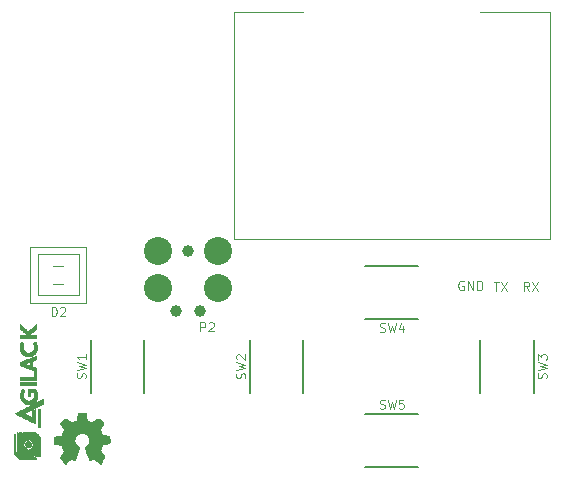
<source format=gbr>
%TF.GenerationSoftware,KiCad,Pcbnew,6.0.0*%
%TF.CreationDate,2022-06-11T19:07:52+02:00*%
%TF.ProjectId,cowdin-3c-esp-ui,636f7764-696e-42d3-9363-2d6573702d75,1*%
%TF.SameCoordinates,Original*%
%TF.FileFunction,Legend,Top*%
%TF.FilePolarity,Positive*%
%FSLAX46Y46*%
G04 Gerber Fmt 4.6, Leading zero omitted, Abs format (unit mm)*
G04 Created by KiCad (PCBNEW 6.0.0) date 2022-06-11 19:07:52*
%MOMM*%
%LPD*%
G01*
G04 APERTURE LIST*
%ADD10C,0.100000*%
%ADD11C,0.101600*%
%ADD12C,0.150000*%
%ADD13C,0.027940*%
%ADD14C,2.374900*%
%ADD15C,0.990600*%
G04 APERTURE END LIST*
D10*
X144900000Y-86240000D02*
X144900000Y-105500000D01*
X144900000Y-105500000D02*
X171600000Y-105500000D01*
X171600000Y-86240000D02*
X165750000Y-86240000D01*
X171600000Y-86240000D02*
X171600000Y-105500000D01*
X144900000Y-86240000D02*
X150750000Y-86240000D01*
D11*
X164319428Y-109069000D02*
X164246857Y-109032714D01*
X164138000Y-109032714D01*
X164029142Y-109069000D01*
X163956571Y-109141571D01*
X163920285Y-109214142D01*
X163884000Y-109359285D01*
X163884000Y-109468142D01*
X163920285Y-109613285D01*
X163956571Y-109685857D01*
X164029142Y-109758428D01*
X164138000Y-109794714D01*
X164210571Y-109794714D01*
X164319428Y-109758428D01*
X164355714Y-109722142D01*
X164355714Y-109468142D01*
X164210571Y-109468142D01*
X164682285Y-109794714D02*
X164682285Y-109032714D01*
X165117714Y-109794714D01*
X165117714Y-109032714D01*
X165480571Y-109794714D02*
X165480571Y-109032714D01*
X165662000Y-109032714D01*
X165770857Y-109069000D01*
X165843428Y-109141571D01*
X165879714Y-109214142D01*
X165916000Y-109359285D01*
X165916000Y-109468142D01*
X165879714Y-109613285D01*
X165843428Y-109685857D01*
X165770857Y-109758428D01*
X165662000Y-109794714D01*
X165480571Y-109794714D01*
X166869428Y-109082714D02*
X167304857Y-109082714D01*
X167087142Y-109844714D02*
X167087142Y-109082714D01*
X167486285Y-109082714D02*
X167994285Y-109844714D01*
X167994285Y-109082714D02*
X167486285Y-109844714D01*
X169873000Y-109844714D02*
X169619000Y-109481857D01*
X169437571Y-109844714D02*
X169437571Y-109082714D01*
X169727857Y-109082714D01*
X169800428Y-109119000D01*
X169836714Y-109155285D01*
X169873000Y-109227857D01*
X169873000Y-109336714D01*
X169836714Y-109409285D01*
X169800428Y-109445571D01*
X169727857Y-109481857D01*
X169437571Y-109481857D01*
X170127000Y-109082714D02*
X170635000Y-109844714D01*
X170635000Y-109082714D02*
X170127000Y-109844714D01*
%TO.C,SW4*%
X157234000Y-113308428D02*
X157342857Y-113344714D01*
X157524285Y-113344714D01*
X157596857Y-113308428D01*
X157633142Y-113272142D01*
X157669428Y-113199571D01*
X157669428Y-113127000D01*
X157633142Y-113054428D01*
X157596857Y-113018142D01*
X157524285Y-112981857D01*
X157379142Y-112945571D01*
X157306571Y-112909285D01*
X157270285Y-112873000D01*
X157234000Y-112800428D01*
X157234000Y-112727857D01*
X157270285Y-112655285D01*
X157306571Y-112619000D01*
X157379142Y-112582714D01*
X157560571Y-112582714D01*
X157669428Y-112619000D01*
X157923428Y-112582714D02*
X158104857Y-113344714D01*
X158250000Y-112800428D01*
X158395142Y-113344714D01*
X158576571Y-112582714D01*
X159193428Y-112836714D02*
X159193428Y-113344714D01*
X159012000Y-112546428D02*
X158830571Y-113090714D01*
X159302285Y-113090714D01*
%TO.C,SW3*%
X171308428Y-117266000D02*
X171344714Y-117157142D01*
X171344714Y-116975714D01*
X171308428Y-116903142D01*
X171272142Y-116866857D01*
X171199571Y-116830571D01*
X171127000Y-116830571D01*
X171054428Y-116866857D01*
X171018142Y-116903142D01*
X170981857Y-116975714D01*
X170945571Y-117120857D01*
X170909285Y-117193428D01*
X170873000Y-117229714D01*
X170800428Y-117266000D01*
X170727857Y-117266000D01*
X170655285Y-117229714D01*
X170619000Y-117193428D01*
X170582714Y-117120857D01*
X170582714Y-116939428D01*
X170619000Y-116830571D01*
X170582714Y-116576571D02*
X171344714Y-116395142D01*
X170800428Y-116250000D01*
X171344714Y-116104857D01*
X170582714Y-115923428D01*
X170582714Y-115705714D02*
X170582714Y-115234000D01*
X170873000Y-115488000D01*
X170873000Y-115379142D01*
X170909285Y-115306571D01*
X170945571Y-115270285D01*
X171018142Y-115234000D01*
X171199571Y-115234000D01*
X171272142Y-115270285D01*
X171308428Y-115306571D01*
X171344714Y-115379142D01*
X171344714Y-115596857D01*
X171308428Y-115669428D01*
X171272142Y-115705714D01*
%TO.C,SW1*%
X132308428Y-117266000D02*
X132344714Y-117157142D01*
X132344714Y-116975714D01*
X132308428Y-116903142D01*
X132272142Y-116866857D01*
X132199571Y-116830571D01*
X132127000Y-116830571D01*
X132054428Y-116866857D01*
X132018142Y-116903142D01*
X131981857Y-116975714D01*
X131945571Y-117120857D01*
X131909285Y-117193428D01*
X131873000Y-117229714D01*
X131800428Y-117266000D01*
X131727857Y-117266000D01*
X131655285Y-117229714D01*
X131619000Y-117193428D01*
X131582714Y-117120857D01*
X131582714Y-116939428D01*
X131619000Y-116830571D01*
X131582714Y-116576571D02*
X132344714Y-116395142D01*
X131800428Y-116250000D01*
X132344714Y-116104857D01*
X131582714Y-115923428D01*
X132344714Y-115234000D02*
X132344714Y-115669428D01*
X132344714Y-115451714D02*
X131582714Y-115451714D01*
X131691571Y-115524285D01*
X131764142Y-115596857D01*
X131800428Y-115669428D01*
%TO.C,D2*%
X129437571Y-111994714D02*
X129437571Y-111232714D01*
X129619000Y-111232714D01*
X129727857Y-111269000D01*
X129800428Y-111341571D01*
X129836714Y-111414142D01*
X129873000Y-111559285D01*
X129873000Y-111668142D01*
X129836714Y-111813285D01*
X129800428Y-111885857D01*
X129727857Y-111958428D01*
X129619000Y-111994714D01*
X129437571Y-111994714D01*
X130163285Y-111305285D02*
X130199571Y-111269000D01*
X130272142Y-111232714D01*
X130453571Y-111232714D01*
X130526142Y-111269000D01*
X130562428Y-111305285D01*
X130598714Y-111377857D01*
X130598714Y-111450428D01*
X130562428Y-111559285D01*
X130127000Y-111994714D01*
X130598714Y-111994714D01*
%TO.C,SW2*%
X145808428Y-117266000D02*
X145844714Y-117157142D01*
X145844714Y-116975714D01*
X145808428Y-116903142D01*
X145772142Y-116866857D01*
X145699571Y-116830571D01*
X145627000Y-116830571D01*
X145554428Y-116866857D01*
X145518142Y-116903142D01*
X145481857Y-116975714D01*
X145445571Y-117120857D01*
X145409285Y-117193428D01*
X145373000Y-117229714D01*
X145300428Y-117266000D01*
X145227857Y-117266000D01*
X145155285Y-117229714D01*
X145119000Y-117193428D01*
X145082714Y-117120857D01*
X145082714Y-116939428D01*
X145119000Y-116830571D01*
X145082714Y-116576571D02*
X145844714Y-116395142D01*
X145300428Y-116250000D01*
X145844714Y-116104857D01*
X145082714Y-115923428D01*
X145155285Y-115669428D02*
X145119000Y-115633142D01*
X145082714Y-115560571D01*
X145082714Y-115379142D01*
X145119000Y-115306571D01*
X145155285Y-115270285D01*
X145227857Y-115234000D01*
X145300428Y-115234000D01*
X145409285Y-115270285D01*
X145844714Y-115705714D01*
X145844714Y-115234000D01*
%TO.C,SW5*%
X157234000Y-119808428D02*
X157342857Y-119844714D01*
X157524285Y-119844714D01*
X157596857Y-119808428D01*
X157633142Y-119772142D01*
X157669428Y-119699571D01*
X157669428Y-119627000D01*
X157633142Y-119554428D01*
X157596857Y-119518142D01*
X157524285Y-119481857D01*
X157379142Y-119445571D01*
X157306571Y-119409285D01*
X157270285Y-119373000D01*
X157234000Y-119300428D01*
X157234000Y-119227857D01*
X157270285Y-119155285D01*
X157306571Y-119119000D01*
X157379142Y-119082714D01*
X157560571Y-119082714D01*
X157669428Y-119119000D01*
X157923428Y-119082714D02*
X158104857Y-119844714D01*
X158250000Y-119300428D01*
X158395142Y-119844714D01*
X158576571Y-119082714D01*
X159229714Y-119082714D02*
X158866857Y-119082714D01*
X158830571Y-119445571D01*
X158866857Y-119409285D01*
X158939428Y-119373000D01*
X159120857Y-119373000D01*
X159193428Y-119409285D01*
X159229714Y-119445571D01*
X159266000Y-119518142D01*
X159266000Y-119699571D01*
X159229714Y-119772142D01*
X159193428Y-119808428D01*
X159120857Y-119844714D01*
X158939428Y-119844714D01*
X158866857Y-119808428D01*
X158830571Y-119772142D01*
%TO.C,P2*%
X142037571Y-113294714D02*
X142037571Y-112532714D01*
X142327857Y-112532714D01*
X142400428Y-112569000D01*
X142436714Y-112605285D01*
X142473000Y-112677857D01*
X142473000Y-112786714D01*
X142436714Y-112859285D01*
X142400428Y-112895571D01*
X142327857Y-112931857D01*
X142037571Y-112931857D01*
X142763285Y-112605285D02*
X142799571Y-112569000D01*
X142872142Y-112532714D01*
X143053571Y-112532714D01*
X143126142Y-112569000D01*
X143162428Y-112605285D01*
X143198714Y-112677857D01*
X143198714Y-112750428D01*
X143162428Y-112859285D01*
X142727000Y-113294714D01*
X143198714Y-113294714D01*
D12*
%TO.C,SW4*%
X156000000Y-107750000D02*
X160500000Y-107750000D01*
X160500000Y-112250000D02*
X156000000Y-112250000D01*
D13*
%TO.C,agilack-11.5*%
X128028320Y-119229360D02*
X128028320Y-118162560D01*
X127291720Y-117425960D02*
X127291720Y-117171960D01*
X127774320Y-122632960D02*
X127774320Y-121820160D01*
X127723520Y-122556760D02*
X127723520Y-121820160D01*
X127520320Y-123877560D02*
X127520320Y-123471160D01*
X128155320Y-113031760D02*
X128155320Y-112676160D01*
X127494920Y-123090160D02*
X127494920Y-122607560D01*
X127240920Y-119407160D02*
X127240920Y-119102360D01*
X127342520Y-113565160D02*
X127342520Y-113234960D01*
X127774320Y-113844560D02*
X127774320Y-113590560D01*
X127367920Y-113565160D02*
X127367920Y-113260360D01*
X127825120Y-123267960D02*
X127825120Y-122988560D01*
X126834520Y-117425960D02*
X126834520Y-117171960D01*
X127088520Y-123877560D02*
X127088520Y-122963160D01*
X128053720Y-119229360D02*
X128053720Y-118187960D01*
X128129920Y-123572760D02*
X128129920Y-121896360D01*
X127977520Y-119280160D02*
X127977520Y-118162560D01*
X128155320Y-114936760D02*
X128155320Y-114327160D01*
X126936120Y-113844560D02*
X126936120Y-113590560D01*
X127444120Y-118797560D02*
X127444120Y-118162560D01*
X127418720Y-118797560D02*
X127418720Y-118162560D01*
X127393320Y-120067560D02*
X127393320Y-119686560D01*
X127672720Y-119915160D02*
X127672720Y-119559560D01*
X127926720Y-123369560D02*
X127926720Y-121820160D01*
X128079120Y-117425960D02*
X128079120Y-116359160D01*
X126961520Y-116232160D02*
X126961520Y-115800360D01*
X127698120Y-123471160D02*
X127698120Y-123293360D01*
X126910720Y-113844560D02*
X126910720Y-113590560D01*
X127088520Y-122759960D02*
X127088520Y-122429760D01*
X127037720Y-117425960D02*
X127037720Y-117171960D01*
X126910720Y-120524760D02*
X126910720Y-119940560D01*
X127977520Y-115216160D02*
X127977520Y-114225560D01*
X126885320Y-124131560D02*
X126885320Y-123953760D01*
X127113920Y-122302760D02*
X127113920Y-122099560D01*
X127672720Y-123445760D02*
X127672720Y-123267960D01*
X127012320Y-120575560D02*
X127012320Y-119889760D01*
X126986920Y-120550160D02*
X126986920Y-119915160D01*
X127393320Y-115368560D02*
X127393320Y-115089160D01*
X127444120Y-115901960D02*
X127444120Y-115622560D01*
X127647320Y-124131560D02*
X127647320Y-123953760D01*
X127418720Y-120042160D02*
X127418720Y-119686560D01*
X127444120Y-119432560D02*
X127444120Y-119153160D01*
X126834520Y-113844560D02*
X126834520Y-113590560D01*
X128155320Y-119686560D02*
X128155320Y-119305560D01*
X126453520Y-120296160D02*
X126453520Y-120169160D01*
X127342520Y-120727960D02*
X127342520Y-120372360D01*
X128053720Y-115698760D02*
X128053720Y-115419360D01*
X127088520Y-116282960D02*
X127088520Y-115774960D01*
X127926720Y-115749560D02*
X127926720Y-115444760D01*
X127571120Y-124131560D02*
X127571120Y-123953760D01*
X128231520Y-123877560D02*
X128231520Y-123826760D01*
X127723520Y-113412760D02*
X127723520Y-113057160D01*
X127240920Y-120143760D02*
X127240920Y-119788160D01*
X127444120Y-124131560D02*
X127444120Y-123953760D01*
X127774320Y-120956560D02*
X127774320Y-120016760D01*
X127291720Y-124131560D02*
X127291720Y-123953760D01*
X126986920Y-123877560D02*
X126986920Y-122328160D01*
X127545720Y-117425960D02*
X127545720Y-117171960D01*
X127367920Y-117425960D02*
X127367920Y-117171960D01*
X127012320Y-117857760D02*
X127012320Y-117603760D01*
X127926720Y-113234960D02*
X127926720Y-112879360D01*
X126936120Y-113209560D02*
X126936120Y-112853960D01*
X127545720Y-123318760D02*
X127545720Y-123242560D01*
X127571120Y-116460760D02*
X127571120Y-116181360D01*
X128206120Y-123877560D02*
X128206120Y-123801360D01*
X126834520Y-116181360D02*
X126834520Y-115851160D01*
X127291720Y-113844560D02*
X127291720Y-113590560D01*
X127317120Y-115952760D02*
X127317120Y-115673360D01*
X127825120Y-116536960D02*
X127825120Y-116257560D01*
X127647320Y-119940560D02*
X127647320Y-119559560D01*
X127113920Y-122683760D02*
X127113920Y-122455160D01*
X127393320Y-123877560D02*
X127393320Y-123344160D01*
X126250320Y-123648960D02*
X126250320Y-121972560D01*
X127571120Y-119965960D02*
X127571120Y-119610360D01*
X127672720Y-122531360D02*
X127672720Y-121820160D01*
X127190120Y-116003560D02*
X127190120Y-115724160D01*
X126631320Y-124029960D02*
X126631320Y-123725160D01*
X126809120Y-117857760D02*
X126809120Y-117603760D01*
X127215520Y-119407160D02*
X127215520Y-119076960D01*
X127799720Y-113336560D02*
X127799720Y-113006360D01*
X126859920Y-116181360D02*
X126859920Y-115851160D01*
X127444120Y-113844560D02*
X127444120Y-113311160D01*
X126986920Y-115216160D02*
X126986920Y-114250960D01*
X128434720Y-121362960D02*
X128434720Y-119889760D01*
X127215520Y-122556760D02*
X127215520Y-122531360D01*
X127875920Y-116562360D02*
X127875920Y-116282960D01*
X126732920Y-120423160D02*
X126732920Y-120042160D01*
X128028320Y-115698760D02*
X128028320Y-115419360D01*
X127748920Y-117857760D02*
X127748920Y-117603760D01*
X127901320Y-115749560D02*
X127901320Y-115470160D01*
X126834520Y-119026160D02*
X126834520Y-118416560D01*
X128079120Y-123521960D02*
X128079120Y-121845560D01*
X127113920Y-116282960D02*
X127113920Y-115749560D01*
X127469520Y-115368560D02*
X127469520Y-115089160D01*
X127367920Y-122455160D02*
X127367920Y-122378960D01*
X126809120Y-113082560D02*
X126809120Y-112726960D01*
X128333120Y-119584960D02*
X128333120Y-119229360D01*
X126859920Y-124131560D02*
X126859920Y-123940000D01*
X127012320Y-117425960D02*
X127012320Y-117171960D01*
X127266320Y-113844560D02*
X127266320Y-113590560D01*
X127621920Y-124131560D02*
X127621920Y-123953760D01*
X126859920Y-122048760D02*
X126859920Y-121820160D01*
X127723520Y-120931160D02*
X127723520Y-120550160D01*
X127317120Y-113844560D02*
X127317120Y-113590560D01*
X126555120Y-120346960D02*
X126555120Y-120118360D01*
X128129920Y-119686560D02*
X128129920Y-119330960D01*
X127698120Y-113438160D02*
X127698120Y-113082560D01*
X127520320Y-122378960D02*
X127520320Y-121820160D01*
X127367920Y-123090160D02*
X127367920Y-122632960D01*
X128155320Y-115647960D02*
X128155320Y-115368560D01*
X127469520Y-116409960D02*
X127469520Y-116155960D01*
X128231520Y-119635760D02*
X128231520Y-119280160D01*
X127063120Y-117425960D02*
X127063120Y-117171960D01*
X127672720Y-117425960D02*
X127672720Y-117171960D01*
X127571120Y-115368560D02*
X127571120Y-115089160D01*
X127291720Y-120118360D02*
X127291720Y-119737360D01*
X127672720Y-119432560D02*
X127672720Y-119127760D01*
X128028320Y-113844560D02*
X128028320Y-113590560D01*
X127291720Y-120702560D02*
X127291720Y-120346960D01*
X127088520Y-120219960D02*
X127088520Y-119864360D01*
X127215520Y-120143760D02*
X127215520Y-119788160D01*
X126555120Y-123572760D02*
X126555120Y-121896360D01*
X127723520Y-123877560D02*
X127723520Y-123648960D01*
X126936120Y-117857760D02*
X126936120Y-117603760D01*
X127317120Y-117425960D02*
X127317120Y-117171960D01*
X127240920Y-123877560D02*
X127240920Y-123191760D01*
X127850520Y-113311160D02*
X127850520Y-112955560D01*
X127088520Y-117425960D02*
X127088520Y-117171960D01*
X128663320Y-119432560D02*
X128663320Y-119051560D01*
X126986920Y-113844560D02*
X126986920Y-113590560D01*
X127825120Y-119381760D02*
X127825120Y-119026160D01*
X127063120Y-113844560D02*
X127063120Y-113590560D01*
X127748920Y-117425960D02*
X127748920Y-117171960D01*
X127723520Y-113844560D02*
X127723520Y-113590560D01*
X128002920Y-113158760D02*
X128002920Y-112803160D01*
X128104520Y-113082560D02*
X128104520Y-112726960D01*
X127012320Y-115216160D02*
X127012320Y-114250960D01*
X127291720Y-115952760D02*
X127291720Y-115698760D01*
X128104520Y-119711960D02*
X128104520Y-119330960D01*
X126301120Y-123699760D02*
X126301120Y-121972560D01*
X127037720Y-121896360D02*
X127037720Y-121820160D01*
X128358520Y-121362960D02*
X128358520Y-119889760D01*
X126707520Y-124106160D02*
X126707520Y-123801360D01*
X128434720Y-119534160D02*
X128434720Y-119153160D01*
X127342520Y-117425960D02*
X127342520Y-117171960D01*
X127698120Y-122556760D02*
X127698120Y-121820160D01*
X127698120Y-117857760D02*
X127698120Y-117603760D01*
X127037720Y-124131560D02*
X127037720Y-123953760D01*
X127317120Y-123064760D02*
X127317120Y-122632960D01*
X127774320Y-119407160D02*
X127774320Y-119076960D01*
X127799720Y-123877560D02*
X127799720Y-123725160D01*
X127825120Y-123598160D02*
X127825120Y-123420360D01*
X127621920Y-116460760D02*
X127621920Y-115571760D01*
X128053720Y-121083560D02*
X128053720Y-119889760D01*
X127748920Y-123191760D02*
X127748920Y-123115560D01*
X127190120Y-122582160D02*
X127190120Y-122531360D01*
X127444120Y-123877560D02*
X127444120Y-123394960D01*
X127418720Y-123877560D02*
X127418720Y-123369560D01*
X128129920Y-115673360D02*
X128129920Y-115393960D01*
X127266320Y-115978160D02*
X127266320Y-115698760D01*
X127723520Y-123496560D02*
X127723520Y-123318760D01*
X127596520Y-117857760D02*
X127596520Y-117603760D01*
X127418720Y-117857760D02*
X127418720Y-117603760D01*
X126859920Y-120499360D02*
X126859920Y-119965960D01*
X127952120Y-113209560D02*
X127952120Y-112853960D01*
X127875920Y-121007360D02*
X127875920Y-119965960D01*
X126885320Y-113844560D02*
X126885320Y-113590560D01*
X127367920Y-120753360D02*
X127367920Y-120372360D01*
X127342520Y-124131560D02*
X127342520Y-123953760D01*
X127571120Y-119432560D02*
X127571120Y-119153160D01*
X127621920Y-115368560D02*
X127621920Y-115063760D01*
X126961520Y-119229360D02*
X126961520Y-118213360D01*
X128612520Y-119457960D02*
X128612520Y-119076960D01*
X127164720Y-122607560D02*
X127164720Y-122505960D01*
X127723520Y-123166360D02*
X127723520Y-123140960D01*
X127190120Y-122378960D02*
X127190120Y-122175760D01*
X127393320Y-116384560D02*
X127393320Y-116130560D01*
X127063120Y-120600960D02*
X127063120Y-120245360D01*
X127825120Y-113336560D02*
X127825120Y-112980960D01*
X126605920Y-123623560D02*
X126605920Y-121947160D01*
X127469520Y-120804160D02*
X127469520Y-120423160D01*
X127164720Y-122353560D02*
X127164720Y-122150360D01*
X128053720Y-124131560D02*
X128053720Y-123979160D01*
X127215520Y-120677160D02*
X127215520Y-120296160D01*
X127774320Y-115317760D02*
X127774320Y-114987560D01*
X126834520Y-114987560D02*
X126834520Y-114250960D01*
X127139320Y-116003560D02*
X127139320Y-115749560D01*
X127063120Y-119305560D02*
X127063120Y-118848360D01*
X127444120Y-116409960D02*
X127444120Y-116130560D01*
X126758320Y-120448560D02*
X126758320Y-120016760D01*
X127367920Y-120067560D02*
X127367920Y-119711960D01*
X126936120Y-124131560D02*
X126936120Y-123953760D01*
X127139320Y-120194560D02*
X127139320Y-119838960D01*
X127748920Y-119889760D02*
X127748920Y-119508760D01*
X127037720Y-120575560D02*
X127037720Y-119889760D01*
X128002920Y-117857760D02*
X128002920Y-117603760D01*
X126478920Y-123877560D02*
X126478920Y-123572760D01*
X127444120Y-117425960D02*
X127444120Y-117171960D01*
X127875920Y-119813560D02*
X127875920Y-119457960D01*
X127977520Y-113844560D02*
X127977520Y-113590560D01*
X127596520Y-120854960D02*
X127596520Y-120473960D01*
X127647320Y-117857760D02*
X127647320Y-117603760D01*
X127977520Y-113184160D02*
X127977520Y-112828560D01*
X127342520Y-113844560D02*
X127342520Y-113590560D01*
X127469520Y-117425960D02*
X127469520Y-117171960D01*
X127748920Y-116511560D02*
X127748920Y-115520960D01*
X127977520Y-117857760D02*
X127977520Y-117603760D01*
X128104520Y-117857760D02*
X128104520Y-117603760D01*
X127317120Y-115368560D02*
X127317120Y-115063760D01*
X128383920Y-121362960D02*
X128383920Y-119889760D01*
X128028320Y-115165360D02*
X128028320Y-114200160D01*
X127266320Y-123877560D02*
X127266320Y-123217160D01*
X126428120Y-120270760D02*
X126428120Y-120194560D01*
X126859920Y-117857760D02*
X126859920Y-117603760D01*
X127698120Y-124131560D02*
X127698120Y-123953760D01*
X127088520Y-120600960D02*
X127088520Y-120245360D01*
X126961520Y-117425960D02*
X126961520Y-117171960D01*
X127012320Y-124131560D02*
X127012320Y-123953760D01*
X127799720Y-117425960D02*
X127799720Y-117171960D01*
X127774320Y-116511560D02*
X127774320Y-115520960D01*
X127469520Y-123090160D02*
X127469520Y-122607560D01*
X126275720Y-123674360D02*
X126275720Y-121972560D01*
X127494920Y-117857760D02*
X127494920Y-117603760D01*
X127240920Y-117857760D02*
X127240920Y-117603760D01*
X127723520Y-117425960D02*
X127723520Y-117171960D01*
X127494920Y-124131560D02*
X127494920Y-123953760D01*
X126961520Y-123877560D02*
X126961520Y-122302760D01*
X126453520Y-123852160D02*
X126453520Y-123547360D01*
X127139320Y-116282960D02*
X127139320Y-116028960D01*
X127469520Y-124131560D02*
X127469520Y-123953760D01*
X128104520Y-119153160D02*
X128104520Y-118264160D01*
X127748920Y-113387360D02*
X127748920Y-113031760D01*
X126631320Y-120372360D02*
X126631320Y-120092960D01*
X127215520Y-123877560D02*
X127215520Y-123166360D01*
X128485520Y-121362960D02*
X128485520Y-119889760D01*
X128079120Y-119178560D02*
X128079120Y-118213360D01*
X127621920Y-117857760D02*
X127621920Y-117603760D01*
X127875920Y-118416560D02*
X127875920Y-118162560D01*
X126809120Y-117425960D02*
X126809120Y-117171960D01*
X127215520Y-122074160D02*
X127215520Y-121820160D01*
X127012320Y-113844560D02*
X127012320Y-113590560D01*
X126961520Y-124131560D02*
X126961520Y-123953760D01*
X126783720Y-117857760D02*
X126783720Y-117603760D01*
X127850520Y-123623560D02*
X127850520Y-123445760D01*
X127444120Y-122302760D02*
X127444120Y-121820160D01*
X126834520Y-122023360D02*
X126834520Y-121820160D01*
X127139320Y-117425960D02*
X127139320Y-117171960D01*
X128002920Y-115190760D02*
X128002920Y-114200160D01*
X127723520Y-119889760D02*
X127723520Y-119534160D01*
X126809120Y-123826760D02*
X126809120Y-122150360D01*
X128053720Y-123826760D02*
X128053720Y-123648960D01*
X127850520Y-119838960D02*
X127850520Y-119457960D01*
X127190120Y-123877560D02*
X127190120Y-123140960D01*
X126885320Y-116206760D02*
X126885320Y-115851160D01*
X126351920Y-123750560D02*
X126351920Y-121972560D01*
X128079120Y-117857760D02*
X128079120Y-117603760D01*
X128180720Y-123877560D02*
X128180720Y-123775960D01*
X126834520Y-123852160D02*
X126834520Y-122175760D01*
X127012320Y-113260360D02*
X127012320Y-112930160D01*
X127317120Y-124131560D02*
X127317120Y-123953760D01*
X127240920Y-116333760D02*
X127240920Y-116079760D01*
X127875920Y-123648960D02*
X127875920Y-123471160D01*
X127266320Y-122124960D02*
X127266320Y-121820160D01*
X128002920Y-115724160D02*
X128002920Y-115419360D01*
X126910720Y-119153160D02*
X126910720Y-118238760D01*
X127647320Y-123877560D02*
X127647320Y-123598160D01*
X127799720Y-120956560D02*
X127799720Y-120016760D01*
X127139320Y-113844560D02*
X127139320Y-113590560D01*
X127901320Y-121007360D02*
X127901320Y-119965960D01*
X127825120Y-117425960D02*
X127825120Y-117171960D01*
X127977520Y-123420360D02*
X127977520Y-121820160D01*
X126656720Y-123674360D02*
X126656720Y-121997960D01*
X128307720Y-121362960D02*
X128307720Y-119889760D01*
X126732920Y-124131560D02*
X126732920Y-123826760D01*
X127367920Y-119432560D02*
X127367920Y-119153160D01*
X127063120Y-114352560D02*
X127063120Y-114276360D01*
X127850520Y-115774960D02*
X127850520Y-115495560D01*
X127494920Y-116409960D02*
X127494920Y-116155960D01*
X128028320Y-124131560D02*
X128028320Y-123953760D01*
X127164720Y-113844560D02*
X127164720Y-113590560D01*
X126682120Y-124080760D02*
X126682120Y-123775960D01*
X127012320Y-122201160D02*
X127012320Y-121997960D01*
X127418720Y-124131560D02*
X127418720Y-123953760D01*
X127545720Y-117857760D02*
X127545720Y-117603760D01*
X127215520Y-116308360D02*
X127215520Y-116054360D01*
X127418720Y-122277360D02*
X127418720Y-121820160D01*
X126910720Y-122099560D02*
X126910720Y-121896360D01*
X126986920Y-113234960D02*
X126986920Y-112904760D01*
X127164720Y-115317760D02*
X127164720Y-114987560D01*
X127164720Y-119381760D02*
X127164720Y-119026160D01*
X127825120Y-120981960D02*
X127825120Y-119991360D01*
X127113920Y-113844560D02*
X127113920Y-113590560D01*
X127672720Y-113463560D02*
X127672720Y-113107960D01*
X128129920Y-119127760D02*
X128129920Y-118289560D01*
X127926720Y-117857760D02*
X127926720Y-117603760D01*
X128256920Y-123699760D02*
X128256920Y-122023360D01*
X127266320Y-117857760D02*
X127266320Y-117603760D01*
X127113920Y-123877560D02*
X127113920Y-123039360D01*
X128104520Y-123547360D02*
X128104520Y-121870960D01*
X127215520Y-115978160D02*
X127215520Y-115724160D01*
X126529720Y-120321560D02*
X126529720Y-120143760D01*
X128002920Y-117425960D02*
X128002920Y-116333760D01*
X127901320Y-115266960D02*
X127901320Y-114835160D01*
X127266320Y-113488960D02*
X127266320Y-113158760D01*
X128206120Y-119661160D02*
X128206120Y-119280160D01*
X127113920Y-120194560D02*
X127113920Y-119838960D01*
X127418720Y-123090160D02*
X127418720Y-122607560D01*
X127494920Y-118797560D02*
X127494920Y-118162560D01*
X127063120Y-121921760D02*
X127063120Y-121820160D01*
X127139320Y-120626360D02*
X127139320Y-120270760D01*
X128155320Y-123598160D02*
X128155320Y-121921760D01*
X127317120Y-116359160D02*
X127317120Y-116105160D01*
X127723520Y-116511560D02*
X127723520Y-115520960D01*
X127393320Y-123090160D02*
X127393320Y-122607560D01*
X128028320Y-123471160D02*
X128028320Y-121820160D01*
X126834520Y-124131560D02*
X126834520Y-123920000D01*
X127799720Y-122658360D02*
X127799720Y-121820160D01*
X127444120Y-115368560D02*
X127444120Y-115089160D01*
X127748920Y-119407160D02*
X127748920Y-119076960D01*
X127190120Y-116308360D02*
X127190120Y-116054360D01*
X127850520Y-115292360D02*
X127850520Y-114911360D01*
X127190120Y-117857760D02*
X127190120Y-117603760D01*
X127799720Y-123572760D02*
X127799720Y-123394960D01*
X126936120Y-119203960D02*
X126936120Y-118213360D01*
X126986920Y-119254760D02*
X126986920Y-118213360D01*
X127799720Y-115317760D02*
X127799720Y-114962160D01*
X128129920Y-117857760D02*
X128129920Y-117603760D01*
X126326520Y-123725160D02*
X126326520Y-121972560D01*
X127037720Y-117857760D02*
X127037720Y-117603760D01*
X126656720Y-124055360D02*
X126656720Y-123750560D01*
X127317120Y-123877560D02*
X127317120Y-123267960D01*
X127825120Y-117857760D02*
X127825120Y-117603760D01*
X127266320Y-122455160D02*
X127266320Y-122251960D01*
X128587120Y-119457960D02*
X128587120Y-119076960D01*
X127317120Y-122175760D02*
X127317120Y-121820160D01*
X127088520Y-119330960D02*
X127088520Y-118924560D01*
X127164720Y-123877560D02*
X127164720Y-123115560D01*
X127571120Y-120854960D02*
X127571120Y-120473960D01*
X127317120Y-120092960D02*
X127317120Y-119737360D01*
X127494920Y-113844560D02*
X127494920Y-113260360D01*
X126961520Y-120550160D02*
X126961520Y-119915160D01*
X126961520Y-117857760D02*
X126961520Y-117603760D01*
X127190120Y-113844560D02*
X127190120Y-113590560D01*
X127317120Y-113539760D02*
X127317120Y-113209560D01*
X126910720Y-117425960D02*
X126910720Y-117171960D01*
X127723520Y-119407160D02*
X127723520Y-119102360D01*
X127799720Y-119864360D02*
X127799720Y-119483360D01*
X127596520Y-113844560D02*
X127596520Y-113590560D01*
X128561720Y-119483360D02*
X128561720Y-119102360D01*
X127367920Y-115368560D02*
X127367920Y-115089160D01*
X127571120Y-113539760D02*
X127571120Y-113209560D01*
X126961520Y-113844560D02*
X126961520Y-113590560D01*
X127088520Y-115292360D02*
X127088520Y-114885960D01*
X127494920Y-120804160D02*
X127494920Y-120448560D01*
X128129920Y-115012960D02*
X128129920Y-114250960D01*
X127494920Y-123267960D02*
X127494920Y-123242560D01*
X127240920Y-120677160D02*
X127240920Y-120321560D01*
X127698120Y-123877560D02*
X127698120Y-123648960D01*
X128053720Y-115114560D02*
X128053720Y-114200160D01*
X127774320Y-124131560D02*
X127774320Y-123953760D01*
X126885320Y-115089160D02*
X126885320Y-114200160D01*
X127875920Y-119356360D02*
X127875920Y-118975360D01*
X127113920Y-121972560D02*
X127113920Y-121820160D01*
X128358520Y-119584960D02*
X128358520Y-119203960D01*
X127494920Y-115368560D02*
X127494920Y-115089160D01*
X128206120Y-123648960D02*
X128206120Y-121972560D01*
X128129920Y-117425960D02*
X128129920Y-116384560D01*
X127240920Y-115978160D02*
X127240920Y-115698760D01*
X127825120Y-113844560D02*
X127825120Y-113590560D01*
X127799720Y-116536960D02*
X127799720Y-115495560D01*
X128129920Y-124131560D02*
X128129920Y-124055360D01*
X127621920Y-120880360D02*
X127621920Y-120499360D01*
X127672720Y-116486160D02*
X127672720Y-115546360D01*
X127190120Y-122048760D02*
X127190120Y-121820160D01*
X127088520Y-121947160D02*
X127088520Y-121820160D01*
X127037720Y-122226560D02*
X127037720Y-122023360D01*
X127520320Y-124131560D02*
X127520320Y-123953760D01*
X128079120Y-115089160D02*
X128079120Y-114174760D01*
X126478920Y-123496560D02*
X126478920Y-121820160D01*
X128002920Y-119762760D02*
X128002920Y-119381760D01*
X128536320Y-119483360D02*
X128536320Y-119102360D01*
X128053720Y-117857760D02*
X128053720Y-117603760D01*
X127215520Y-113844560D02*
X127215520Y-113590560D01*
X128307720Y-119610360D02*
X128307720Y-119229360D01*
X126504320Y-123902960D02*
X126504320Y-123598160D01*
X127469520Y-123877560D02*
X127469520Y-123420360D01*
X127113920Y-120626360D02*
X127113920Y-120270760D01*
X127748920Y-123877560D02*
X127748920Y-123674360D01*
X126936120Y-122124960D02*
X126936120Y-121921760D01*
X127113920Y-119356360D02*
X127113920Y-118949960D01*
X127520320Y-116435360D02*
X127520320Y-116155960D01*
X127596520Y-117425960D02*
X127596520Y-117171960D01*
X127698120Y-122963160D02*
X127698120Y-122734560D01*
X127621920Y-113844560D02*
X127621920Y-113590560D01*
X127672720Y-123013960D02*
X127672720Y-122709160D01*
X126859920Y-113844560D02*
X126859920Y-113590560D01*
X127393320Y-115927360D02*
X127393320Y-115647960D01*
X127926720Y-119788160D02*
X127926720Y-119432560D01*
X128180720Y-114860560D02*
X128180720Y-114428760D01*
X127520320Y-115368560D02*
X127520320Y-115089160D01*
X126885320Y-117857760D02*
X126885320Y-117603760D01*
X127190120Y-120169160D02*
X127190120Y-119813560D01*
X128028320Y-123801360D02*
X128028320Y-123623560D01*
X127647320Y-116486160D02*
X127647320Y-115571760D01*
X127469520Y-115901960D02*
X127469520Y-115622560D01*
X127088520Y-113336560D02*
X127088520Y-112980960D01*
X127926720Y-116587760D02*
X127926720Y-116308360D01*
X128256920Y-119635760D02*
X128256920Y-119254760D01*
X127850520Y-118416560D02*
X127850520Y-118162560D01*
X127317120Y-120727960D02*
X127317120Y-120346960D01*
X126961520Y-115190760D02*
X126961520Y-114225560D01*
X128333120Y-121362960D02*
X128333120Y-119889760D01*
X127545720Y-119991360D02*
X127545720Y-119610360D01*
X127571120Y-123090160D02*
X127571120Y-122632960D01*
X128231520Y-123674360D02*
X128231520Y-121997960D01*
X127647320Y-118416560D02*
X127647320Y-118162560D01*
X127418720Y-113844560D02*
X127418720Y-113311160D01*
X127647320Y-119432560D02*
X127647320Y-119127760D01*
X127342520Y-122455160D02*
X127342520Y-122353560D01*
X127621920Y-123064760D02*
X127621920Y-122658360D01*
X127621920Y-122480560D02*
X127621920Y-121820160D01*
X127698120Y-118416560D02*
X127698120Y-118162560D01*
X127266320Y-120702560D02*
X127266320Y-120321560D01*
X127774320Y-123877560D02*
X127774320Y-123699760D01*
X127672720Y-115368560D02*
X127672720Y-115063760D01*
X127952120Y-115216160D02*
X127952120Y-114225560D01*
X127825120Y-118416560D02*
X127825120Y-118162560D01*
X128028320Y-119737360D02*
X128028320Y-119381760D01*
X126936120Y-120524760D02*
X126936120Y-119940560D01*
X127901320Y-123877560D02*
X127901320Y-123826760D01*
X127240920Y-122429760D02*
X127240920Y-122226560D01*
X127494920Y-120016760D02*
X127494920Y-119635760D01*
X127215520Y-124131560D02*
X127215520Y-123953760D01*
X127901320Y-124131560D02*
X127901320Y-123953760D01*
X126504320Y-120321560D02*
X126504320Y-120143760D01*
X127621920Y-113488960D02*
X127621920Y-113158760D01*
X127672720Y-117857760D02*
X127672720Y-117603760D01*
X127113920Y-118391160D02*
X127113920Y-118289560D01*
X127063120Y-115266960D02*
X127063120Y-114835160D01*
X127723520Y-122886960D02*
X127723520Y-122836160D01*
X127012320Y-116232160D02*
X127012320Y-115800360D01*
X126580520Y-123979160D02*
X126580520Y-123674360D01*
X127596520Y-116460760D02*
X127596520Y-115571760D01*
X128409320Y-119559560D02*
X128409320Y-119178560D01*
X127367920Y-122226560D02*
X127367920Y-121820160D01*
X127113920Y-124131560D02*
X127113920Y-123953760D01*
X128002920Y-121058160D02*
X128002920Y-119915160D01*
X127063120Y-122251960D02*
X127063120Y-122048760D01*
X127317120Y-122455160D02*
X127317120Y-122302760D01*
X127215520Y-113438160D02*
X127215520Y-113107960D01*
X127596520Y-123877560D02*
X127596520Y-123547360D01*
X128155320Y-113844560D02*
X128155320Y-113590560D01*
X127113920Y-113361960D02*
X127113920Y-113006360D01*
X127190120Y-115343160D02*
X127190120Y-115012960D01*
X127901320Y-123344160D02*
X127901320Y-121820160D01*
X127139320Y-113387360D02*
X127139320Y-113031760D01*
X126783720Y-114860560D02*
X126783720Y-114403360D01*
X127774320Y-117857760D02*
X127774320Y-117603760D01*
X128079120Y-113844560D02*
X128079120Y-113590560D01*
X127571120Y-117425960D02*
X127571120Y-117171960D01*
X127520320Y-118797560D02*
X127520320Y-118162560D01*
X127952120Y-121032760D02*
X127952120Y-119940560D01*
X128079120Y-121083560D02*
X128079120Y-119889760D01*
X127748920Y-124131560D02*
X127748920Y-123953760D01*
X127240920Y-117425960D02*
X127240920Y-117171960D01*
X127139320Y-122328160D02*
X127139320Y-122124960D01*
X126859920Y-113133360D02*
X126859920Y-112777760D01*
X126910720Y-115114560D02*
X126910720Y-114200160D01*
X127952120Y-124131560D02*
X127952120Y-123953760D01*
X127190120Y-117425960D02*
X127190120Y-117171960D01*
X127545720Y-118797560D02*
X127545720Y-118162560D01*
X128053720Y-113844560D02*
X128053720Y-113590560D01*
X127520320Y-117425960D02*
X127520320Y-117171960D01*
X127240920Y-113463560D02*
X127240920Y-113133360D01*
X128002920Y-123445760D02*
X128002920Y-121820160D01*
X127494920Y-115901960D02*
X127494920Y-115622560D01*
X127774320Y-117425960D02*
X127774320Y-117171960D01*
X127850520Y-119356360D02*
X127850520Y-119000760D01*
X127672720Y-118416560D02*
X127672720Y-118162560D01*
X127342520Y-115952760D02*
X127342520Y-115673360D01*
X126707520Y-120423160D02*
X126707520Y-120042160D01*
X127139320Y-118340360D02*
X127139320Y-118314960D01*
X127164720Y-116308360D02*
X127164720Y-116054360D01*
X127393320Y-113844560D02*
X127393320Y-113285760D01*
X127342520Y-120092960D02*
X127342520Y-119711960D01*
X127113920Y-117425960D02*
X127113920Y-117171960D01*
X127393320Y-117425960D02*
X127393320Y-117171960D01*
X126936120Y-123877560D02*
X126936120Y-122277360D01*
X127850520Y-122810760D02*
X127850520Y-121820160D01*
X127393320Y-122455160D02*
X127393320Y-122404360D01*
X127393320Y-124131560D02*
X127393320Y-123953760D01*
X127799720Y-123242560D02*
X127799720Y-123064760D01*
X127164720Y-117857760D02*
X127164720Y-117603760D01*
X128256920Y-123877560D02*
X128256920Y-123852160D01*
X127088520Y-122277360D02*
X127088520Y-122074160D01*
X127952120Y-113844560D02*
X127952120Y-113590560D01*
X127164720Y-113387360D02*
X127164720Y-113057160D01*
X126529720Y-123928360D02*
X126529720Y-123623560D01*
X126631320Y-123648960D02*
X126631320Y-121972560D01*
X128079120Y-119711960D02*
X128079120Y-119356360D01*
X128256920Y-121362960D02*
X128256920Y-119889760D01*
X127469520Y-119432560D02*
X127469520Y-119153160D01*
X128282320Y-119610360D02*
X128282320Y-119254760D01*
X127367920Y-115927360D02*
X127367920Y-115673360D01*
X126986920Y-117857760D02*
X126986920Y-117603760D01*
X126859920Y-117425960D02*
X126859920Y-117171960D01*
X128637920Y-119432560D02*
X128637920Y-119051560D01*
X127469520Y-120016760D02*
X127469520Y-119661160D01*
X127393320Y-120753360D02*
X127393320Y-120397760D01*
X126859920Y-115038360D02*
X126859920Y-114200160D01*
X128053720Y-123496560D02*
X128053720Y-121820160D01*
X127850520Y-123293360D02*
X127850520Y-122912360D01*
X127850520Y-120981960D02*
X127850520Y-119991360D01*
X126885320Y-122074160D02*
X126885320Y-121870960D01*
X126758320Y-123775960D02*
X126758320Y-122099560D01*
X127901320Y-114352560D02*
X127901320Y-114250960D01*
X128688720Y-119407160D02*
X128688720Y-119026160D01*
X126809120Y-120473960D02*
X126809120Y-119991360D01*
X127621920Y-117425960D02*
X127621920Y-117171960D01*
X127977520Y-124131560D02*
X127977520Y-123953760D01*
X126224920Y-123623560D02*
X126224920Y-121972560D01*
X127825120Y-115317760D02*
X127825120Y-114936760D01*
X126885320Y-113158760D02*
X126885320Y-112803160D01*
X127647320Y-115368560D02*
X127647320Y-115063760D01*
X127444120Y-123090160D02*
X127444120Y-122607560D01*
X127698120Y-113844560D02*
X127698120Y-113590560D01*
X127748920Y-118416560D02*
X127748920Y-118162560D01*
X127698120Y-117425960D02*
X127698120Y-117171960D01*
X127063120Y-120219960D02*
X127063120Y-119864360D01*
X127139320Y-117857760D02*
X127139320Y-117603760D01*
X127850520Y-116562360D02*
X127850520Y-116282960D01*
X127698120Y-116486160D02*
X127698120Y-115546360D01*
X127799720Y-118416560D02*
X127799720Y-118162560D01*
X127342520Y-123877560D02*
X127342520Y-123293360D01*
X127901320Y-113260360D02*
X127901320Y-112904760D01*
X126809120Y-116181360D02*
X126809120Y-115876560D01*
X127926720Y-117425960D02*
X127926720Y-117171960D01*
X127647320Y-117425960D02*
X127647320Y-117171960D01*
X126859920Y-119076960D02*
X126859920Y-118340360D01*
X127139320Y-124131560D02*
X127139320Y-123953760D01*
X127012320Y-119280160D02*
X127012320Y-118238760D01*
X126707520Y-123725160D02*
X126707520Y-122048760D01*
X127952120Y-115749560D02*
X127952120Y-115444760D01*
X127926720Y-115241560D02*
X127926720Y-114758960D01*
X127164720Y-120651760D02*
X127164720Y-120296160D01*
X127545720Y-116435360D02*
X127545720Y-116181360D01*
X127342520Y-115368560D02*
X127342520Y-115089160D01*
X127571120Y-113844560D02*
X127571120Y-113590560D01*
X127215520Y-117425960D02*
X127215520Y-117171960D01*
X127596520Y-122455160D02*
X127596520Y-121820160D01*
X127596520Y-113514360D02*
X127596520Y-113184160D01*
X127926720Y-123699760D02*
X127926720Y-123521960D01*
X127240920Y-122988560D02*
X127240920Y-122709160D01*
X126986920Y-124131560D02*
X126986920Y-123953760D01*
X128104520Y-117425960D02*
X128104520Y-116359160D01*
X127063120Y-113311160D02*
X127063120Y-112980960D01*
X126402720Y-120270760D02*
X126402720Y-120194560D01*
X127520320Y-115876560D02*
X127520320Y-115597160D01*
X127875920Y-115774960D02*
X127875920Y-115470160D01*
X127367920Y-123877560D02*
X127367920Y-123318760D01*
X128307720Y-123750560D02*
X128307720Y-122074160D01*
X127240920Y-113844560D02*
X127240920Y-113590560D01*
X127723520Y-124131560D02*
X127723520Y-123953760D01*
X127901320Y-119330960D02*
X127901320Y-118949960D01*
X126732920Y-123750560D02*
X126732920Y-122074160D01*
X126910720Y-113184160D02*
X126910720Y-112828560D01*
X128079120Y-123877560D02*
X128079120Y-123674360D01*
X127901320Y-119813560D02*
X127901320Y-119432560D01*
X128028320Y-121083560D02*
X128028320Y-119889760D01*
X128434720Y-123877560D02*
X128434720Y-122201160D01*
X127723520Y-118416560D02*
X127723520Y-118162560D01*
X127926720Y-114428760D02*
X127926720Y-114250960D01*
X127291720Y-122150360D02*
X127291720Y-121820160D01*
X127774320Y-113361960D02*
X127774320Y-113006360D01*
X127444120Y-120042160D02*
X127444120Y-119661160D01*
X128053720Y-119737360D02*
X128053720Y-119356360D01*
X127952120Y-123725160D02*
X127952120Y-123547360D01*
X127698120Y-119915160D02*
X127698120Y-119534160D01*
X127418720Y-115368560D02*
X127418720Y-115089160D01*
X127037720Y-113844560D02*
X127037720Y-113590560D01*
X127342520Y-123064760D02*
X127342520Y-122632960D01*
X126961520Y-113209560D02*
X126961520Y-112879360D01*
X127139320Y-123877560D02*
X127139320Y-123064760D01*
X128129920Y-123877560D02*
X128129920Y-123725160D01*
X126783720Y-117425960D02*
X126783720Y-117171960D01*
X126885320Y-120499360D02*
X126885320Y-119965960D01*
X126910720Y-123877560D02*
X126910720Y-122251960D01*
X127799720Y-124131560D02*
X127799720Y-123953760D01*
X127063120Y-123877560D02*
X127063120Y-122404360D01*
X126555120Y-123953760D02*
X126555120Y-123648960D01*
X127647320Y-120880360D02*
X127647320Y-120499360D01*
X127799720Y-119381760D02*
X127799720Y-119051560D01*
X128180720Y-119661160D02*
X128180720Y-119305560D01*
X127444120Y-120778760D02*
X127444120Y-120423160D01*
X126936120Y-115165360D02*
X126936120Y-114225560D01*
X126428120Y-123826760D02*
X126428120Y-123521960D01*
X127901320Y-113844560D02*
X127901320Y-113590560D01*
X127952120Y-117857760D02*
X127952120Y-117603760D01*
X127012320Y-121870960D02*
X127012320Y-121820160D01*
X127545720Y-115368560D02*
X127545720Y-115089160D01*
X127545720Y-122404360D02*
X127545720Y-121820160D01*
X127621920Y-123877560D02*
X127621920Y-123572760D01*
X127875920Y-124131560D02*
X127875920Y-123953760D01*
X127952120Y-118543560D02*
X127952120Y-118162560D01*
X127469520Y-113844560D02*
X127469520Y-113285760D01*
X128180720Y-119000760D02*
X128180720Y-118416560D01*
X128409320Y-121362960D02*
X128409320Y-119889760D01*
X126809120Y-113844560D02*
X126809120Y-113590560D01*
X127266320Y-115343160D02*
X127266320Y-115038360D01*
X127418720Y-119432560D02*
X127418720Y-119153160D01*
X128053720Y-113133360D02*
X128053720Y-112777760D01*
X128002920Y-123775960D02*
X128002920Y-123598160D01*
X126986920Y-122175760D02*
X126986920Y-121972560D01*
X126885320Y-123877560D02*
X126885320Y-122226560D01*
X127215520Y-122404360D02*
X127215520Y-122201160D01*
X127367920Y-116384560D02*
X127367920Y-116105160D01*
X128028320Y-117857760D02*
X128028320Y-117603760D01*
X127926720Y-118467360D02*
X127926720Y-118162560D01*
X128104520Y-115038360D02*
X128104520Y-114174760D01*
X128383920Y-123826760D02*
X128383920Y-122150360D01*
X127571120Y-118797560D02*
X127571120Y-118162560D01*
X127647320Y-123420360D02*
X127647320Y-123242560D01*
X128104520Y-113844560D02*
X128104520Y-113590560D01*
X127215520Y-117857760D02*
X127215520Y-117603760D01*
X127113920Y-115292360D02*
X127113920Y-114936760D01*
X127342520Y-116359160D02*
X127342520Y-116105160D01*
X127952120Y-117425960D02*
X127952120Y-116308360D01*
X127545720Y-120829560D02*
X127545720Y-120448560D01*
X127494920Y-122353560D02*
X127494920Y-121820160D01*
X127367920Y-124131560D02*
X127367920Y-123953760D01*
X127037720Y-114428760D02*
X127037720Y-114250960D01*
X127418720Y-116384560D02*
X127418720Y-116130560D01*
X127698120Y-120905760D02*
X127698120Y-120524760D01*
X128104520Y-115673360D02*
X128104520Y-115393960D01*
X127266320Y-116333760D02*
X127266320Y-116079760D01*
X127240920Y-124131560D02*
X127240920Y-123953760D01*
X127088520Y-113844560D02*
X127088520Y-113590560D01*
X126783720Y-116155960D02*
X126783720Y-115876560D01*
X126478920Y-120296160D02*
X126478920Y-120169160D01*
X128002920Y-124131560D02*
X128002920Y-123953760D01*
X127164720Y-124131560D02*
X127164720Y-123953760D01*
X126605920Y-124004560D02*
X126605920Y-123699760D01*
X127291720Y-115368560D02*
X127291720Y-115063760D01*
X127825120Y-119838960D02*
X127825120Y-119483360D01*
X127037720Y-113285760D02*
X127037720Y-112955560D01*
X128460120Y-119534160D02*
X128460120Y-119153160D01*
X127444120Y-117857760D02*
X127444120Y-117603760D01*
X127190120Y-113412760D02*
X127190120Y-113082560D01*
X127545720Y-113844560D02*
X127545720Y-113590560D01*
X128282320Y-123725160D02*
X128282320Y-122048760D01*
X127875920Y-115266960D02*
X127875920Y-114885960D01*
X127291720Y-123039360D02*
X127291720Y-122658360D01*
X128358520Y-123801360D02*
X128358520Y-122124960D01*
X126834520Y-120473960D02*
X126834520Y-119991360D01*
X127164720Y-122023360D02*
X127164720Y-121820160D01*
X127393320Y-117857760D02*
X127393320Y-117603760D01*
X127596520Y-124131560D02*
X127596520Y-123953760D01*
X127571120Y-122429760D02*
X127571120Y-121820160D01*
X128409320Y-123877560D02*
X128409320Y-122175760D01*
X127393320Y-122251960D02*
X127393320Y-121820160D01*
X126682120Y-123699760D02*
X126682120Y-122023360D01*
X127291720Y-113514360D02*
X127291720Y-113184160D01*
X128282320Y-121362960D02*
X128282320Y-119889760D01*
X127850520Y-113844560D02*
X127850520Y-113590560D01*
X127875920Y-113844560D02*
X127875920Y-113590560D01*
X127875920Y-123318760D02*
X127875920Y-121820160D01*
X127596520Y-119965960D02*
X127596520Y-119584960D01*
X127825120Y-122709160D02*
X127825120Y-121820160D01*
X126377320Y-120245360D02*
X126377320Y-120219960D01*
X127596520Y-123064760D02*
X127596520Y-122632960D01*
X127520320Y-119991360D02*
X127520320Y-119635760D01*
X127774320Y-119864360D02*
X127774320Y-119508760D01*
X127875920Y-117857760D02*
X127875920Y-117603760D01*
X126910720Y-124131560D02*
X126910720Y-123953760D01*
X127748920Y-120931160D02*
X127748920Y-120550160D01*
X128155320Y-119076960D02*
X128155320Y-118340360D01*
X127571120Y-123877560D02*
X127571120Y-123521960D01*
X126580520Y-120346960D02*
X126580520Y-120118360D01*
X127901320Y-117425960D02*
X127901320Y-117171960D01*
X127952120Y-119788160D02*
X127952120Y-119407160D01*
X127190120Y-120651760D02*
X127190120Y-120296160D01*
X127367920Y-113844560D02*
X127367920Y-113590560D01*
X128104520Y-124131560D02*
X128104520Y-124029960D01*
X127469520Y-117857760D02*
X127469520Y-117603760D01*
X127748920Y-115343160D02*
X127748920Y-115012960D01*
X127672720Y-123877560D02*
X127672720Y-123623560D01*
X128002920Y-119254760D02*
X128002920Y-118162560D01*
X127342520Y-117857760D02*
X127342520Y-117603760D01*
X126580520Y-123598160D02*
X126580520Y-121921760D01*
X127621920Y-118797560D02*
X127621920Y-118162560D01*
X127901320Y-118441960D02*
X127901320Y-118162560D01*
X127520320Y-123293360D02*
X127520320Y-123242560D01*
X127291720Y-119407160D02*
X127291720Y-119127760D01*
X127774320Y-118416560D02*
X127774320Y-118162560D01*
X126910720Y-116206760D02*
X126910720Y-115825760D01*
X127850520Y-117857760D02*
X127850520Y-117603760D01*
X127418720Y-117425960D02*
X127418720Y-117171960D01*
X127977520Y-121058160D02*
X127977520Y-119915160D01*
X127723520Y-117857760D02*
X127723520Y-117603760D01*
X127088520Y-124131560D02*
X127088520Y-123953760D01*
X127545720Y-123877560D02*
X127545720Y-123496560D01*
X127291720Y-116359160D02*
X127291720Y-116079760D01*
X127139320Y-121997960D02*
X127139320Y-121820160D01*
X127545720Y-124131560D02*
X127545720Y-123953760D01*
X126859920Y-123877560D02*
X126859920Y-122201160D01*
X127850520Y-117425960D02*
X127850520Y-117171960D01*
X127621920Y-119432560D02*
X127621920Y-119153160D01*
X127469520Y-122328160D02*
X127469520Y-121820160D01*
X127520320Y-117857760D02*
X127520320Y-117603760D01*
X127342520Y-122201160D02*
X127342520Y-121820160D01*
X127952120Y-119305560D02*
X127952120Y-118822960D01*
X127850520Y-124131560D02*
X127850520Y-123953760D01*
X127977520Y-115724160D02*
X127977520Y-115444760D01*
X126605920Y-120372360D02*
X126605920Y-120092960D01*
X127240920Y-115343160D02*
X127240920Y-115038360D01*
X126885320Y-119127760D02*
X126885320Y-118289560D01*
X126885320Y-117425960D02*
X126885320Y-117171960D01*
X127342520Y-119432560D02*
X127342520Y-119127760D01*
X127520320Y-113844560D02*
X127520320Y-113234960D01*
X127164720Y-120169160D02*
X127164720Y-119813560D01*
X126986920Y-116232160D02*
X126986920Y-115800360D01*
X127012320Y-123877560D02*
X127012320Y-122353560D01*
X126783720Y-113057160D02*
X126783720Y-112701560D01*
X126936120Y-116206760D02*
X126936120Y-115825760D01*
X127748920Y-113844560D02*
X127748920Y-113590560D01*
X127571120Y-123344160D02*
X127571120Y-123242560D01*
X126402720Y-123801360D02*
X126402720Y-123496560D01*
X127494920Y-119432560D02*
X127494920Y-119153160D01*
X126986920Y-117425960D02*
X126986920Y-117171960D01*
X127596520Y-115368560D02*
X127596520Y-115089160D01*
X127977520Y-117425960D02*
X127977520Y-116333760D01*
X127698120Y-115343160D02*
X127698120Y-115038360D01*
X127240920Y-122099560D02*
X127240920Y-121820160D01*
X128460120Y-121362960D02*
X128460120Y-119889760D01*
X127291720Y-122455160D02*
X127291720Y-122277360D01*
X127672720Y-120905760D02*
X127672720Y-120524760D01*
X128510920Y-119508760D02*
X128510920Y-119127760D01*
X127545720Y-123090160D02*
X127545720Y-122607560D01*
X127698120Y-119407160D02*
X127698120Y-119127760D01*
X127469520Y-118797560D02*
X127469520Y-118162560D01*
X126783720Y-113844560D02*
X126783720Y-113590560D01*
X128180720Y-123623560D02*
X128180720Y-121947160D01*
X127850520Y-123877560D02*
X127850520Y-123775960D01*
X128079120Y-113107960D02*
X128079120Y-112752360D01*
X126504320Y-123521960D02*
X126504320Y-121820160D01*
X126961520Y-122150360D02*
X126961520Y-121947160D01*
X128155320Y-117425960D02*
X128155320Y-116384560D01*
X127977520Y-123750560D02*
X127977520Y-123572760D01*
X126732920Y-121896360D02*
X126732920Y-121820160D01*
X127520320Y-123090160D02*
X127520320Y-122607560D01*
X127672720Y-124131560D02*
X127672720Y-123953760D01*
X127266320Y-124131560D02*
X127266320Y-123953760D01*
X126834520Y-113107960D02*
X126834520Y-112752360D01*
X128206120Y-118924560D02*
X128206120Y-118492760D01*
X127799720Y-117857760D02*
X127799720Y-117603760D01*
X127647320Y-113844560D02*
X127647320Y-113590560D01*
X127520320Y-119432560D02*
X127520320Y-119153160D01*
X127418720Y-115927360D02*
X127418720Y-115647960D01*
X127037720Y-115241560D02*
X127037720Y-114784360D01*
X128155320Y-123877560D02*
X128155320Y-123750560D01*
X127063120Y-117857760D02*
X127063120Y-117603760D01*
X127088520Y-118441960D02*
X127088520Y-118289560D01*
X128129920Y-113844560D02*
X128129920Y-113590560D01*
X127164720Y-116003560D02*
X127164720Y-115724160D01*
X128079120Y-115698760D02*
X128079120Y-115393960D01*
X127063120Y-124131560D02*
X127063120Y-123953760D01*
X127266320Y-119407160D02*
X127266320Y-119102360D01*
X127672720Y-113844560D02*
X127672720Y-113590560D01*
X127545720Y-115876560D02*
X127545720Y-115597160D01*
X127037720Y-123877560D02*
X127037720Y-122378960D01*
X127215520Y-122937760D02*
X127215520Y-122759960D01*
X127825120Y-123877560D02*
X127825120Y-123750560D01*
X127139320Y-119356360D02*
X127139320Y-119000760D01*
X127418720Y-120778760D02*
X127418720Y-120397760D01*
X127875920Y-123877560D02*
X127875920Y-123801360D01*
X126656720Y-120397760D02*
X126656720Y-120067560D01*
X127799720Y-113844560D02*
X127799720Y-113590560D01*
X127291720Y-123877560D02*
X127291720Y-123242560D01*
X127926720Y-113844560D02*
X127926720Y-113590560D01*
X127291720Y-117857760D02*
X127291720Y-117603760D01*
X126783720Y-121972560D02*
X126783720Y-121820160D01*
X127774320Y-123547360D02*
X127774320Y-123369560D01*
X127647320Y-123039360D02*
X127647320Y-122658360D01*
X127494920Y-123877560D02*
X127494920Y-123445760D01*
X128053720Y-117425960D02*
X128053720Y-116359160D01*
X127875920Y-113285760D02*
X127875920Y-112930160D01*
X127723520Y-115343160D02*
X127723520Y-115038360D01*
X127266320Y-117425960D02*
X127266320Y-117171960D01*
X126910720Y-117857760D02*
X126910720Y-117603760D01*
X127545720Y-119432560D02*
X127545720Y-119153160D01*
X127393320Y-119432560D02*
X127393320Y-119153160D01*
X127825120Y-115774960D02*
X127825120Y-115495560D01*
X127596520Y-123369560D02*
X127596520Y-123242560D01*
X127977520Y-119762760D02*
X127977520Y-119407160D01*
X126707520Y-121896360D02*
X126707520Y-121820160D01*
X127647320Y-113488960D02*
X127647320Y-113133360D01*
X127063120Y-118543560D02*
X127063120Y-118264160D01*
X127774320Y-123217160D02*
X127774320Y-123090160D01*
X128333120Y-123775960D02*
X128333120Y-122099560D01*
X127139320Y-122632960D02*
X127139320Y-122480560D01*
X127926720Y-119330960D02*
X127926720Y-118899160D01*
X126809120Y-114936760D02*
X126809120Y-114301760D01*
X127748920Y-122582160D02*
X127748920Y-121820160D01*
X128485520Y-119508760D02*
X128485520Y-119127760D01*
X127037720Y-116257560D02*
X127037720Y-115774960D01*
X126377320Y-123775960D02*
X126377320Y-121972560D01*
X128028320Y-113158760D02*
X128028320Y-112777760D01*
X128028320Y-117425960D02*
X128028320Y-116333760D01*
X128079120Y-124131560D02*
X128079120Y-124004560D01*
X126809120Y-121997960D02*
X126809120Y-121820160D01*
X128155320Y-117857760D02*
X128155320Y-117603760D01*
X127596520Y-119432560D02*
X127596520Y-119153160D01*
X127621920Y-119940560D02*
X127621920Y-119584960D01*
X127215520Y-115343160D02*
X127215520Y-115012960D01*
X127063120Y-116257560D02*
X127063120Y-115774960D01*
X127418720Y-122455160D02*
X127418720Y-122429760D01*
X126783720Y-120448560D02*
X126783720Y-120016760D01*
X127571120Y-115876560D02*
X127571120Y-115597160D01*
X128129920Y-113057160D02*
X128129920Y-112701560D01*
X127266320Y-123013960D02*
X127266320Y-122683760D01*
X127926720Y-124131560D02*
X127926720Y-123953760D01*
X128002920Y-113844560D02*
X128002920Y-113590560D01*
X127494920Y-117425960D02*
X127494920Y-117171960D01*
X126809120Y-118924560D02*
X126809120Y-118492760D01*
X127901320Y-117857760D02*
X127901320Y-117603760D01*
X127571120Y-117857760D02*
X127571120Y-117603760D01*
X127113920Y-117857760D02*
X127113920Y-117603760D01*
X127190120Y-124131560D02*
X127190120Y-123953760D01*
X127621920Y-123394960D02*
X127621920Y-123242560D01*
X127596520Y-118797560D02*
X127596520Y-118162560D01*
X127520320Y-120829560D02*
X127520320Y-120448560D01*
X127545720Y-113565160D02*
X127545720Y-113234960D01*
X127088520Y-117857760D02*
X127088520Y-117603760D01*
X127952120Y-123394960D02*
X127952120Y-121820160D01*
X127266320Y-120118360D02*
X127266320Y-119762760D01*
X127164720Y-117425960D02*
X127164720Y-117171960D01*
X126783720Y-124131560D02*
X126783720Y-123880000D01*
X127367920Y-117857760D02*
X127367920Y-117603760D01*
X128104520Y-123877560D02*
X128104520Y-123699760D01*
X126758320Y-121947160D02*
X126758320Y-121820160D01*
X127901320Y-123674360D02*
X127901320Y-123496560D01*
X127875920Y-117425960D02*
X127875920Y-117171960D01*
X126758320Y-124131560D02*
X126758320Y-123850000D01*
X127190120Y-119381760D02*
X127190120Y-119051560D01*
X126936120Y-117425960D02*
X126936120Y-117171960D01*
X128383920Y-119559560D02*
X128383920Y-119178560D01*
X126529720Y-123547360D02*
X126529720Y-121870960D01*
X128460120Y-123877560D02*
X128460120Y-122226560D01*
X126783720Y-123801360D02*
X126783720Y-122124960D01*
X127926720Y-121032760D02*
X127926720Y-119940560D01*
X127317120Y-117857760D02*
X127317120Y-117603760D01*
X127317120Y-119432560D02*
X127317120Y-119127760D01*
X127748920Y-123521960D02*
X127748920Y-123344160D01*
X127139320Y-115317760D02*
X127139320Y-114962160D01*
X127647320Y-122505960D02*
X127647320Y-121820160D01*
X126809120Y-124131560D02*
X126809120Y-123902960D01*
X127825120Y-124131560D02*
X127825120Y-123953760D01*
X127901320Y-116562360D02*
X127901320Y-116282960D01*
X127037720Y-119305560D02*
X127037720Y-118264160D01*
X126682120Y-120397760D02*
X126682120Y-120067560D01*
X126834520Y-117857760D02*
X126834520Y-117603760D01*
D12*
%TO.C,SW3*%
X165750000Y-118500000D02*
X165750000Y-114000000D01*
X170250000Y-114000000D02*
X170250000Y-118500000D01*
%TO.C,SW1*%
X137250000Y-114000000D02*
X137250000Y-118500000D01*
X132750000Y-118500000D02*
X132750000Y-114000000D01*
D13*
%TO.C,ohw_logo*%
X132469900Y-122931800D02*
X133714500Y-122931800D01*
X130564900Y-124506600D02*
X130641100Y-124506600D01*
X130412500Y-123287400D02*
X131733300Y-123287400D01*
X133181100Y-120772800D02*
X133562100Y-120772800D01*
X130158500Y-123922400D02*
X131504700Y-123922400D01*
X132495300Y-123795400D02*
X133841500Y-123795400D01*
X130285500Y-122093600D02*
X131530100Y-122093600D01*
X130387100Y-121433200D02*
X133587500Y-121433200D01*
X132596900Y-122347600D02*
X134324100Y-122347600D01*
X129675900Y-122220600D02*
X131453900Y-122220600D01*
X132571500Y-124024000D02*
X133790700Y-124024000D01*
X132622300Y-122601600D02*
X134349500Y-122601600D01*
X130361700Y-121382400D02*
X133638300Y-121382400D01*
X129650500Y-122652400D02*
X131403100Y-122652400D01*
X132622300Y-122373000D02*
X134324100Y-122373000D01*
X132266700Y-123236600D02*
X133612900Y-123236600D01*
X130285500Y-123770000D02*
X131555500Y-123770000D01*
X132622300Y-122500000D02*
X134349500Y-122500000D01*
X131580900Y-120722000D02*
X132393700Y-120722000D01*
X130437900Y-123541400D02*
X131631700Y-123541400D01*
X132317500Y-121966600D02*
X133663700Y-121966600D01*
X130361700Y-123160400D02*
X131784100Y-123160400D01*
X131657100Y-120290200D02*
X132342900Y-120290200D01*
X132368300Y-123490600D02*
X133638300Y-123490600D01*
X129904500Y-122855600D02*
X131479300Y-122855600D01*
X132622300Y-124151000D02*
X132774700Y-124151000D01*
X133003300Y-124074800D02*
X133765300Y-124074800D01*
X130158500Y-123973200D02*
X131479300Y-123973200D01*
X130361700Y-121407800D02*
X133612900Y-121407800D01*
X133409700Y-124354200D02*
X133689100Y-124354200D01*
X132622300Y-122652400D02*
X134349500Y-122652400D01*
X133155700Y-124201800D02*
X133714500Y-124201800D01*
X130437900Y-121509400D02*
X133536700Y-121509400D01*
X131657100Y-120315600D02*
X132342900Y-120315600D01*
X132520700Y-122169800D02*
X134298700Y-122169800D01*
X132317500Y-123363600D02*
X133536700Y-123363600D01*
X130209300Y-121001400D02*
X131098300Y-121001400D01*
X132495300Y-122881000D02*
X133714500Y-122881000D01*
X130209300Y-123871600D02*
X131530100Y-123871600D01*
X132596900Y-124074800D02*
X132952500Y-124074800D01*
X133054100Y-120849000D02*
X133638300Y-120849000D01*
X130488700Y-121636400D02*
X133511300Y-121636400D01*
X129675900Y-122322200D02*
X131403100Y-122322200D01*
X132622300Y-122525400D02*
X134349500Y-122525400D01*
X130310900Y-124151000D02*
X130996700Y-124151000D01*
X131606300Y-120671200D02*
X132393700Y-120671200D01*
X132241300Y-123135000D02*
X133638300Y-123135000D01*
X130158500Y-123947800D02*
X131504700Y-123947800D01*
X131301500Y-124176400D02*
X131403100Y-124176400D01*
X132622300Y-122576200D02*
X134349500Y-122576200D01*
X131606300Y-120620400D02*
X132393700Y-120620400D01*
X132444500Y-123643000D02*
X133739900Y-123643000D01*
X129650500Y-122601600D02*
X131377700Y-122601600D01*
X133104900Y-124125600D02*
X133714500Y-124125600D01*
X130412500Y-124303400D02*
X130768100Y-124303400D01*
X130463300Y-123389000D02*
X131682500Y-123389000D01*
X132342900Y-123033400D02*
X133689100Y-123033400D01*
X130183900Y-121153800D02*
X133790700Y-121153800D01*
X129675900Y-122296800D02*
X131403100Y-122296800D01*
X130463300Y-120747400D02*
X130742700Y-120747400D01*
X130158500Y-121103000D02*
X133816100Y-121103000D01*
X132546100Y-123897000D02*
X133892300Y-123897000D01*
X131580900Y-120772800D02*
X132419100Y-120772800D01*
X131276100Y-120925200D02*
X132723900Y-120925200D01*
X132444500Y-122957200D02*
X133689100Y-122957200D01*
X130361700Y-121865000D02*
X133612900Y-121865000D01*
X130412500Y-123566800D02*
X131631700Y-123566800D01*
X130412500Y-121484000D02*
X133562100Y-121484000D01*
X132495300Y-123770000D02*
X133816100Y-123770000D01*
X132622300Y-122449200D02*
X134349500Y-122449200D01*
X130387100Y-123617600D02*
X131606300Y-123617600D01*
X130158500Y-121077600D02*
X133816100Y-121077600D01*
X131403100Y-120874400D02*
X132596900Y-120874400D01*
X132977900Y-120899800D02*
X133689100Y-120899800D01*
X129675900Y-122347600D02*
X131403100Y-122347600D01*
X130437900Y-121738000D02*
X133562100Y-121738000D01*
X132596900Y-122728600D02*
X134324100Y-122728600D01*
X130412500Y-121763400D02*
X133587500Y-121763400D01*
X130488700Y-123414400D02*
X131682500Y-123414400D01*
X132190500Y-121915800D02*
X133638300Y-121915800D01*
X129650500Y-122500000D02*
X131377700Y-122500000D01*
X130488700Y-123490600D02*
X131657100Y-123490600D01*
X130260100Y-124100200D02*
X131453900Y-124100200D01*
X130209300Y-124049400D02*
X131453900Y-124049400D01*
X130285500Y-120925200D02*
X130996700Y-120925200D01*
X132927100Y-120950600D02*
X133739900Y-120950600D01*
X132266700Y-121941200D02*
X133663700Y-121941200D01*
X129675900Y-122271400D02*
X131428500Y-122271400D01*
X132622300Y-122398400D02*
X134324100Y-122398400D01*
X132317500Y-123312800D02*
X133562100Y-123312800D01*
X130463300Y-121661800D02*
X133536700Y-121661800D01*
X131123700Y-121001400D02*
X133790700Y-121001400D01*
X130361700Y-120849000D02*
X130895100Y-120849000D01*
X132241300Y-123160400D02*
X133638300Y-123160400D01*
X131174500Y-120976000D02*
X132825500Y-120976000D01*
X129675900Y-122246000D02*
X131428500Y-122246000D01*
X130310900Y-121331600D02*
X133663700Y-121331600D01*
X130336300Y-123109600D02*
X131784100Y-123109600D01*
X132571500Y-123998600D02*
X133816100Y-123998600D01*
X132952500Y-120925200D02*
X133714500Y-120925200D01*
X129650500Y-122576200D02*
X131377700Y-122576200D01*
X130463300Y-124405000D02*
X130691900Y-124405000D01*
X130285500Y-123744600D02*
X131555500Y-123744600D01*
X129650500Y-122449200D02*
X131377700Y-122449200D01*
X130310900Y-123719200D02*
X131580900Y-123719200D01*
X131631700Y-120518800D02*
X132368300Y-120518800D01*
X132647700Y-124201800D02*
X132673100Y-124201800D01*
X132444500Y-122068200D02*
X133917700Y-122068200D01*
X132444500Y-123693800D02*
X133765300Y-123693800D01*
X131682500Y-120214000D02*
X132317500Y-120214000D01*
X131479300Y-120849000D02*
X132520700Y-120849000D01*
X131250700Y-124151000D02*
X131428500Y-124151000D01*
X130361700Y-121890400D02*
X131885700Y-121890400D01*
X130488700Y-123439800D02*
X131682500Y-123439800D01*
X130056900Y-122881000D02*
X131504700Y-122881000D01*
X131580900Y-120747400D02*
X132419100Y-120747400D01*
X133155700Y-124176400D02*
X133714500Y-124176400D01*
X133308100Y-124303400D02*
X133714500Y-124303400D01*
X130336300Y-123668400D02*
X131606300Y-123668400D01*
X132419100Y-123592200D02*
X133689100Y-123592200D01*
X130514100Y-124455800D02*
X130666500Y-124455800D01*
X130437900Y-123312800D02*
X131707900Y-123312800D01*
X132546100Y-123947800D02*
X133866900Y-123947800D01*
X132596900Y-124049400D02*
X133790700Y-124049400D01*
X130539500Y-124481200D02*
X130641100Y-124481200D01*
X133257300Y-120722000D02*
X133485900Y-120722000D01*
X129701300Y-122195200D02*
X131453900Y-122195200D01*
X132546100Y-122830200D02*
X133993900Y-122830200D01*
X131631700Y-120468000D02*
X132368300Y-120468000D01*
X132419100Y-123617600D02*
X133714500Y-123617600D01*
X132419100Y-122042800D02*
X133765300Y-122042800D01*
X130361700Y-123185800D02*
X131758700Y-123185800D01*
X130437900Y-121712600D02*
X133562100Y-121712600D01*
X133460500Y-124405000D02*
X133663700Y-124405000D01*
X130310900Y-123033400D02*
X131657100Y-123033400D01*
X129650500Y-122525400D02*
X131377700Y-122525400D01*
X132596900Y-122322200D02*
X134324100Y-122322200D01*
X132469900Y-123744600D02*
X133790700Y-123744600D01*
X132469900Y-122906400D02*
X133714500Y-122906400D01*
X129650500Y-122627000D02*
X131377700Y-122627000D01*
X132546100Y-122220600D02*
X134324100Y-122220600D01*
X132495300Y-123820800D02*
X133866900Y-123820800D01*
X132342900Y-123389000D02*
X133562100Y-123389000D01*
X133028700Y-120874400D02*
X133663700Y-120874400D01*
X131606300Y-120645800D02*
X132393700Y-120645800D01*
X130361700Y-123643000D02*
X131606300Y-123643000D01*
X130133100Y-122119000D02*
X131504700Y-122119000D01*
X133130300Y-120798200D02*
X133587500Y-120798200D01*
X130310900Y-123008000D02*
X131631700Y-123008000D01*
X130336300Y-123693800D02*
X131580900Y-123693800D01*
X131606300Y-120595000D02*
X132393700Y-120595000D01*
X129675900Y-122677800D02*
X131403100Y-122677800D01*
X130437900Y-124379600D02*
X130691900Y-124379600D01*
X132393700Y-123541400D02*
X133663700Y-123541400D01*
X129675900Y-122398400D02*
X131377700Y-122398400D01*
X130234700Y-120976000D02*
X131072900Y-120976000D01*
X132571500Y-122246000D02*
X134324100Y-122246000D01*
X132393700Y-123566800D02*
X133689100Y-123566800D01*
X133435100Y-124379600D02*
X133663700Y-124379600D01*
X132571500Y-122271400D02*
X134324100Y-122271400D01*
X132393700Y-122982600D02*
X133689100Y-122982600D01*
X130387100Y-120823600D02*
X130844300Y-120823600D01*
X130361700Y-121915800D02*
X131809500Y-121915800D01*
X132342900Y-123414400D02*
X133562100Y-123414400D01*
X129777500Y-122830200D02*
X131479300Y-122830200D01*
X130412500Y-123592200D02*
X131631700Y-123592200D01*
X132546100Y-122195200D02*
X134324100Y-122195200D01*
X133358900Y-124328800D02*
X133689100Y-124328800D01*
X130234700Y-121204600D02*
X133765300Y-121204600D01*
X133231900Y-124252600D02*
X133714500Y-124252600D01*
X130514100Y-120722000D02*
X130717300Y-120722000D01*
X130564900Y-120671200D02*
X130641100Y-120671200D01*
X132317500Y-123338200D02*
X133562100Y-123338200D01*
X132393700Y-122017400D02*
X133689100Y-122017400D01*
X131555500Y-120823600D02*
X132419100Y-120823600D01*
X132546100Y-123922400D02*
X133892300Y-123922400D01*
X132368300Y-123465200D02*
X133612900Y-123465200D01*
X130387100Y-123236600D02*
X131758700Y-123236600D01*
X131657100Y-120341000D02*
X132342900Y-120341000D01*
X130209300Y-121179200D02*
X133790700Y-121179200D01*
X129675900Y-122728600D02*
X131428500Y-122728600D01*
X130336300Y-121357000D02*
X133663700Y-121357000D01*
X129675900Y-122804800D02*
X131453900Y-122804800D01*
X131225300Y-120950600D02*
X132774700Y-120950600D01*
X130539500Y-120696600D02*
X130666500Y-120696600D01*
X132266700Y-123185800D02*
X133612900Y-123185800D01*
X132241300Y-123084200D02*
X133663700Y-123084200D01*
X130183900Y-121026800D02*
X133790700Y-121026800D01*
X130336300Y-121966600D02*
X131682500Y-121966600D01*
X132469900Y-122093600D02*
X134044700Y-122093600D01*
X130412500Y-121788800D02*
X133587500Y-121788800D01*
X132393700Y-123516000D02*
X133638300Y-123516000D01*
X131631700Y-120417200D02*
X132368300Y-120417200D01*
X132292100Y-123058800D02*
X133663700Y-123058800D01*
X132495300Y-122119000D02*
X134197100Y-122119000D01*
X133130300Y-124151000D02*
X133689100Y-124151000D01*
X132596900Y-122296800D02*
X134324100Y-122296800D01*
X130183900Y-122906400D02*
X131530100Y-122906400D01*
X132647700Y-124176400D02*
X132723900Y-124176400D01*
X130336300Y-124176400D02*
X130945900Y-124176400D01*
X130285500Y-122931800D02*
X131555500Y-122931800D01*
X130463300Y-121687200D02*
X133536700Y-121687200D01*
X130183900Y-124024000D02*
X131479300Y-124024000D01*
X131631700Y-120493400D02*
X132368300Y-120493400D01*
X132495300Y-122144400D02*
X134298700Y-122144400D01*
X132520700Y-123846200D02*
X133866900Y-123846200D01*
X130234700Y-123820800D02*
X131530100Y-123820800D01*
X129675900Y-122779400D02*
X131428500Y-122779400D01*
X130158500Y-123998600D02*
X131479300Y-123998600D01*
X130463300Y-123516000D02*
X131657100Y-123516000D01*
X132520700Y-123871600D02*
X133892300Y-123871600D01*
X132571500Y-122754000D02*
X134324100Y-122754000D01*
X130463300Y-123363600D02*
X131707900Y-123363600D01*
X130387100Y-121814200D02*
X133612900Y-121814200D01*
X130183900Y-121128400D02*
X133816100Y-121128400D01*
X131580900Y-120798200D02*
X132419100Y-120798200D01*
X133536700Y-124481200D02*
X133587500Y-124481200D01*
X130336300Y-123058800D02*
X131707900Y-123058800D01*
X130310900Y-120899800D02*
X130971300Y-120899800D01*
X130437900Y-123338200D02*
X131707900Y-123338200D01*
X132368300Y-123008000D02*
X133689100Y-123008000D01*
X130285500Y-121280800D02*
X133714500Y-121280800D01*
X131657100Y-120264800D02*
X132342900Y-120264800D01*
X130437900Y-124354200D02*
X130717300Y-124354200D01*
X133511300Y-124455800D02*
X133612900Y-124455800D01*
X132571500Y-122779400D02*
X134298700Y-122779400D01*
X131631700Y-120442600D02*
X132368300Y-120442600D01*
X130336300Y-120874400D02*
X130920500Y-120874400D01*
X132622300Y-122627000D02*
X134349500Y-122627000D01*
X132622300Y-124100200D02*
X132876300Y-124100200D01*
X132520700Y-122855600D02*
X133816100Y-122855600D01*
X133485900Y-124430400D02*
X133638300Y-124430400D01*
X130488700Y-121585600D02*
X133485900Y-121585600D01*
X132622300Y-124125600D02*
X132825500Y-124125600D01*
X131657100Y-120366400D02*
X132342900Y-120366400D01*
X130387100Y-123211200D02*
X131758700Y-123211200D01*
X131606300Y-120569600D02*
X132393700Y-120569600D01*
X130336300Y-121992000D02*
X131657100Y-121992000D01*
X133333500Y-120671200D02*
X133435100Y-120671200D01*
X129828300Y-122169800D02*
X131479300Y-122169800D01*
X133257300Y-124278000D02*
X133714500Y-124278000D01*
X130387100Y-124227200D02*
X130869700Y-124227200D01*
X132469900Y-123719200D02*
X133790700Y-123719200D01*
X131326900Y-120899800D02*
X132647700Y-120899800D01*
X129675900Y-122703200D02*
X131403100Y-122703200D01*
X130463300Y-121560200D02*
X133511300Y-121560200D01*
X133079500Y-124100200D02*
X133739900Y-124100200D01*
X130310900Y-122068200D02*
X131555500Y-122068200D01*
X130310900Y-121306200D02*
X133689100Y-121306200D01*
X130361700Y-123135000D02*
X131784100Y-123135000D01*
X132622300Y-122423800D02*
X134349500Y-122423800D01*
X132114300Y-121890400D02*
X133638300Y-121890400D01*
X132622300Y-122550800D02*
X134349500Y-122550800D01*
X129650500Y-122550800D02*
X131377700Y-122550800D01*
X132622300Y-122474600D02*
X134349500Y-122474600D01*
X130412500Y-124278000D02*
X130793500Y-124278000D01*
X130260100Y-121255400D02*
X133714500Y-121255400D01*
X132546100Y-122804800D02*
X134146300Y-122804800D01*
X130412500Y-120798200D02*
X130818900Y-120798200D01*
X129980700Y-122144400D02*
X131504700Y-122144400D01*
X131606300Y-120544200D02*
X132368300Y-120544200D01*
X130310900Y-122957200D02*
X131555500Y-122957200D01*
X130234700Y-124074800D02*
X131453900Y-124074800D01*
X130387100Y-121839600D02*
X133612900Y-121839600D01*
X130488700Y-121611000D02*
X133485900Y-121611000D01*
X130183900Y-121052200D02*
X133816100Y-121052200D01*
X129675900Y-122423800D02*
X131377700Y-122423800D01*
X132342900Y-121992000D02*
X133663700Y-121992000D01*
X129675900Y-122373000D02*
X131403100Y-122373000D01*
X130260100Y-123795400D02*
X131555500Y-123795400D01*
X132292100Y-123287400D02*
X133587500Y-123287400D01*
X132292100Y-123262000D02*
X133587500Y-123262000D01*
X130412500Y-123262000D02*
X131733300Y-123262000D01*
X130361700Y-124201800D02*
X130920500Y-124201800D01*
X130412500Y-124252600D02*
X130844300Y-124252600D01*
X132444500Y-123668400D02*
X133739900Y-123668400D01*
X130412500Y-124328800D02*
X130742700Y-124328800D01*
X133206500Y-120747400D02*
X133536700Y-120747400D01*
X132596900Y-122703200D02*
X134324100Y-122703200D01*
X130463300Y-121534800D02*
X133511300Y-121534800D01*
X132266700Y-123211200D02*
X133612900Y-123211200D01*
X132368300Y-123439800D02*
X133587500Y-123439800D01*
X130310900Y-122042800D02*
X131580900Y-122042800D01*
X130437900Y-120772800D02*
X130793500Y-120772800D01*
X131657100Y-120391800D02*
X132342900Y-120391800D01*
X131580900Y-120696600D02*
X132393700Y-120696600D01*
X131174500Y-124125600D02*
X131428500Y-124125600D01*
X130310900Y-122017400D02*
X131606300Y-122017400D01*
X130183900Y-123897000D02*
X131504700Y-123897000D01*
X130336300Y-123084200D02*
X131758700Y-123084200D01*
X132596900Y-122677800D02*
X134349500Y-122677800D01*
X130310900Y-122982600D02*
X131606300Y-122982600D01*
X130488700Y-123465200D02*
X131657100Y-123465200D01*
X130336300Y-121941200D02*
X131733300Y-121941200D01*
X133206500Y-124227200D02*
X133714500Y-124227200D01*
X131352300Y-124201800D02*
X131403100Y-124201800D01*
X133104900Y-120823600D02*
X133612900Y-120823600D01*
X130260100Y-120950600D02*
X131022100Y-120950600D01*
X130209300Y-123846200D02*
X131530100Y-123846200D01*
X129650500Y-122474600D02*
X131377700Y-122474600D01*
X132571500Y-123973200D02*
X133841500Y-123973200D01*
X133282700Y-120696600D02*
X133460500Y-120696600D01*
X130412500Y-121458600D02*
X133587500Y-121458600D01*
X131682500Y-120239400D02*
X132317500Y-120239400D01*
X132241300Y-123109600D02*
X133663700Y-123109600D01*
X130285500Y-124125600D02*
X131047500Y-124125600D01*
X130234700Y-121230000D02*
X133739900Y-121230000D01*
X132876300Y-120976000D02*
X133765300Y-120976000D01*
X131834900Y-120188600D02*
X132088900Y-120188600D01*
X130488700Y-124430400D02*
X130666500Y-124430400D01*
X129675900Y-122754000D02*
X131428500Y-122754000D01*
D11*
%TO.C,D2*%
X130420000Y-109262000D02*
X129580000Y-109262000D01*
X129580000Y-107738000D02*
X130420000Y-107738000D01*
D10*
%TO.C,REF\u002A\u002A*%
X131750000Y-106750000D02*
X131750000Y-110250000D01*
X131750000Y-110250000D02*
X128250000Y-110250000D01*
X132350000Y-110850000D02*
X127650000Y-110850000D01*
X127650000Y-106150000D02*
X132350000Y-106150000D01*
X128250000Y-110250000D02*
X128250000Y-106750000D01*
X132350000Y-106150000D02*
X132350000Y-110850000D01*
X127650000Y-110850000D02*
X127650000Y-106150000D01*
X128250000Y-106750000D02*
X131750000Y-106750000D01*
D12*
%TO.C,SW2*%
X146250000Y-118500000D02*
X146250000Y-114000000D01*
X150750000Y-114000000D02*
X150750000Y-118500000D01*
%TO.C,SW5*%
X160500000Y-124750000D02*
X156000000Y-124750000D01*
X156000000Y-120250000D02*
X160500000Y-120250000D01*
%TD*%
D14*
%TO.C,P2*%
X138460000Y-106460000D03*
D15*
X141000000Y-106460000D03*
D14*
X138460000Y-109635000D03*
D15*
X142016000Y-111540000D03*
X139984000Y-111540000D03*
D14*
X143540000Y-106460000D03*
X143540000Y-109635000D03*
%TD*%
M02*

</source>
